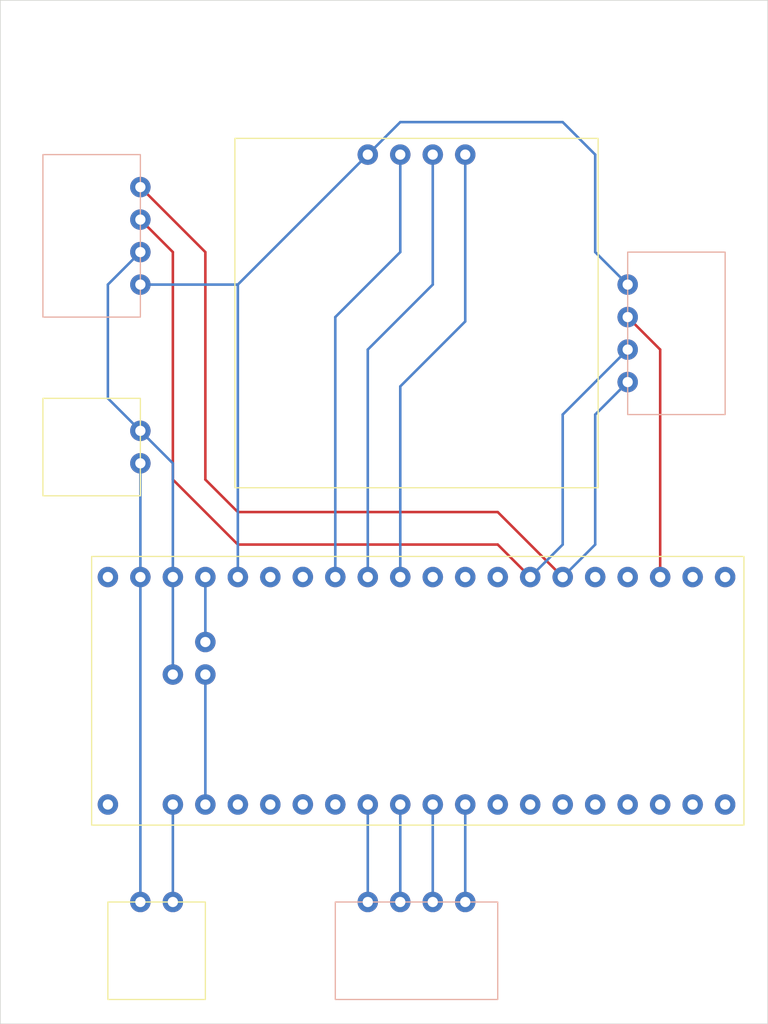
<source format=kicad_pcb>
(kicad_pcb
	(version 20241229)
	(generator "pcbnew")
	(generator_version "9.0")
	(general
		(thickness 1.6)
		(legacy_teardrops no)
	)
	(paper "A4")
	(layers
		(0 "F.Cu" signal)
		(2 "B.Cu" signal)
		(9 "F.Adhes" user "F.Adhesive")
		(11 "B.Adhes" user "B.Adhesive")
		(13 "F.Paste" user)
		(15 "B.Paste" user)
		(5 "F.SilkS" user "F.Silkscreen")
		(7 "B.SilkS" user "B.Silkscreen")
		(1 "F.Mask" user)
		(3 "B.Mask" user)
		(17 "Dwgs.User" user "User.Drawings")
		(19 "Cmts.User" user "User.Comments")
		(21 "Eco1.User" user "User.Eco1")
		(23 "Eco2.User" user "User.Eco2")
		(25 "Edge.Cuts" user)
		(27 "Margin" user)
		(31 "F.CrtYd" user "F.Courtyard")
		(29 "B.CrtYd" user "B.Courtyard")
		(35 "F.Fab" user)
		(33 "B.Fab" user)
		(39 "User.1" user)
		(41 "User.2" user)
		(43 "User.3" user)
		(45 "User.4" user)
	)
	(setup
		(pad_to_mask_clearance 0)
		(allow_soldermask_bridges_in_footprints no)
		(tenting front back)
		(pcbplotparams
			(layerselection 0x00000000_00000000_55555555_5755f5ff)
			(plot_on_all_layers_selection 0x00000000_00000000_00000000_00000000)
			(disableapertmacros no)
			(usegerberextensions no)
			(usegerberattributes yes)
			(usegerberadvancedattributes yes)
			(creategerberjobfile yes)
			(dashed_line_dash_ratio 12.000000)
			(dashed_line_gap_ratio 3.000000)
			(svgprecision 4)
			(plotframeref no)
			(mode 1)
			(useauxorigin no)
			(hpglpennumber 1)
			(hpglpenspeed 20)
			(hpglpendiameter 15.000000)
			(pdf_front_fp_property_popups yes)
			(pdf_back_fp_property_popups yes)
			(pdf_metadata yes)
			(pdf_single_document no)
			(dxfpolygonmode yes)
			(dxfimperialunits yes)
			(dxfusepcbnewfont yes)
			(psnegative no)
			(psa4output no)
			(plot_black_and_white yes)
			(sketchpadsonfab no)
			(plotpadnumbers no)
			(hidednponfab no)
			(sketchdnponfab yes)
			(crossoutdnponfab yes)
			(subtractmaskfromsilk no)
			(outputformat 1)
			(mirror no)
			(drillshape 1)
			(scaleselection 1)
			(outputdirectory "")
		)
	)
	(net 0 "")
	(gr_rect
		(start 125.73 92.71)
		(end 133.35 100.33)
		(stroke
			(width 0.1)
			(type solid)
		)
		(fill no)
		(layer "F.SilkS")
		(uuid "b8b4321f-0148-451f-aee4-33f1f4d138c5")
	)
	(gr_rect
		(start 129.54 105.07)
		(end 180.54 126.07)
		(stroke
			(width 0.1)
			(type default)
		)
		(fill no)
		(layer "F.SilkS")
		(uuid "bf9c0965-032b-4ac7-9431-588bca3674a8")
	)
	(gr_rect
		(start 130.81 132.08)
		(end 138.43 139.7)
		(stroke
			(width 0.1)
			(type solid)
		)
		(fill no)
		(layer "F.SilkS")
		(uuid "c54e0b83-c70d-412b-854e-42056284bf8e")
	)
	(gr_rect
		(start 140.74 72.39)
		(end 169.14 99.7)
		(stroke
			(width 0.1)
			(type default)
		)
		(fill no)
		(layer "F.SilkS")
		(uuid "e00b6212-5d12-409a-b1a4-eb9eb9debf66")
	)
	(gr_rect
		(start 171.45 81.28)
		(end 179.07 93.98)
		(stroke
			(width 0.1)
			(type solid)
		)
		(fill no)
		(layer "B.SilkS")
		(uuid "8b8aa16c-ee43-4373-8c77-e4cf418df9f8")
	)
	(gr_rect
		(start 125.73 73.66)
		(end 133.35 86.36)
		(stroke
			(width 0.1)
			(type solid)
		)
		(fill no)
		(layer "B.SilkS")
		(uuid "a51d0cb2-b41e-4d51-b345-98607ad45ee4")
	)
	(gr_rect
		(start 148.59 132.08)
		(end 161.29 139.7)
		(stroke
			(width 0.1)
			(type solid)
		)
		(fill no)
		(layer "B.SilkS")
		(uuid "efb777cc-fa4d-430f-b283-4670ec0bc18e")
	)
	(gr_circle
		(center 125.73 124.46)
		(end 126.53 124.46)
		(stroke
			(width 0.1)
			(type default)
		)
		(fill no)
		(layer "Dwgs.User")
		(uuid "0631d0f8-459b-4032-9f56-a21fdb67e690")
	)
	(gr_circle
		(center 179.07 71.12)
		(end 179.87 71.12)
		(stroke
			(width 0.1)
			(type default)
		)
		(fill no)
		(layer "Dwgs.User")
		(uuid "07373ba6-0456-4a60-b0e0-c7b2ea41e556")
	)
	(gr_circle
		(center 125.73 68.58)
		(end 126.53 68.58)
		(stroke
			(width 0.1)
			(type default)
		)
		(fill no)
		(layer "Dwgs.User")
		(uuid "14aee87b-bde5-4c56-99df-41f86098130b")
	)
	(gr_circle
		(center 176.53 134.62)
		(end 177.33 134.62)
		(stroke
			(width 0.1)
			(type default)
		)
		(fill no)
		(layer "Dwgs.User")
		(uuid "1a08c3e1-3818-48b2-bd0e-2331d7565666")
	)
	(gr_circle
		(center 179.07 96.52)
		(end 179.87 96.52)
		(stroke
			(width 0.1)
			(type default)
		)
		(fill no)
		(layer "Dwgs.User")
		(uuid "1a95eb30-24b4-492f-b494-0b295735bd11")
	)
	(gr_circle
		(center 179.07 86.36)
		(end 179.87 86.36)
		(stroke
			(width 0.1)
			(type default)
		)
		(fill no)
		(layer "Dwgs.User")
		(uuid "1fb922f5-7e7b-4970-8f9b-ba767a9bc7dd")
	)
	(gr_circle
		(center 179.07 76.2)
		(end 179.87 76.2)
		(stroke
			(width 0.1)
			(type default)
		)
		(fill no)
		(layer "Dwgs.User")
		(uuid "25a5c31e-31b0-4820-9c11-b44d225c9a6c")
	)
	(gr_circle
		(center 125.73 119.38)
		(end 126.53 119.38)
		(stroke
			(width 0.1)
			(type default)
		)
		(fill no)
		(layer "Dwgs.User")
		(uuid "26257344-3139-48b0-93bc-da48f85f54ad")
	)
	(gr_circle
		(center 179.07 83.82)
		(end 179.87 83.82)
		(stroke
			(width 0.1)
			(type default)
		)
		(fill no)
		(layer "Dwgs.User")
		(uuid "2b39d4cb-f685-4295-bf42-fb20b3bfb691")
	)
	(gr_circle
		(center 166.37 68.58)
		(end 166.37 67.78)
		(stroke
			(width 0.1)
			(type default)
		)
		(fill no)
		(layer "Dwgs.User")
		(uuid "2bbe9294-c660-4562-b842-874a3e7af2d7")
	)
	(gr_circle
		(center 125.73 109.22)
		(end 126.53 109.22)
		(stroke
			(width 0.1)
			(type default)
		)
		(fill no)
		(layer "Dwgs.User")
		(uuid "2ce32843-3886-4648-bf66-8fe9ed943220")
	)
	(gr_circle
		(center 125.73 88.9)
		(end 126.53 88.9)
		(stroke
			(width 0.1)
			(type default)
		)
		(fill no)
		(layer "Dwgs.User")
		(uuid "34c74263-985e-4179-a028-a3128a0522c0")
	)
	(gr_circle
		(center 128.27 68.58)
		(end 128.27 67.78)
		(stroke
			(width 0.1)
			(type default)
		)
		(fill no)
		(layer "Dwgs.User")
		(uuid "3582773a-3392-4b28-8ebf-eefbc957d623")
	)
	(gr_circle
		(center 179.07 127)
		(end 179.87 127)
		(stroke
			(width 0.1)
			(type default)
		)
		(fill no)
		(layer "Dwgs.User")
		(uuid "3a06c682-b800-458b-84d7-bbbebd2cbc22")
	)
	(gr_circle
		(center 130.81 68.58)
		(end 130.81 67.78)
		(stroke
			(width 0.1)
			(type default)
		)
		(fill no)
		(layer "Dwgs.User")
		(uuid "3eed5132-7c09-4818-9ac1-44624344b238")
	)
	(gr_circle
		(center 125.73 71.12)
		(end 126.53 71.12)
		(stroke
			(width 0.1)
			(type default)
		)
		(fill no)
		(layer "Dwgs.User")
		(uuid "3fc5c72c-4df5-45e8-9f01-7fa44b76fd71")
	)
	(gr_circle
		(center 179.07 101.6)
		(end 179.87 101.6)
		(stroke
			(width 0.1)
			(type default)
		)
		(fill no)
		(layer "Dwgs.User")
		(uuid "40ac4ed2-877d-4bee-b5cd-715c4f0094f9")
	)
	(gr_circle
		(center 151.13 68.58)
		(end 151.13 67.78)
		(stroke
			(width 0.1)
			(type default)
		)
		(fill no)
		(layer "Dwgs.User")
		(uuid "46495f1c-8317-4c45-9eb5-269b953a25e2")
	)
	(gr_circle
		(center 125.73 91.44)
		(end 126.53 91.44)
		(stroke
			(width 0.1)
			(type default)
		)
		(fill no)
		(layer "Dwgs.User")
		(uuid "4882c798-3d5c-4f28-a3d9-749450829971")
	)
	(gr_circle
		(center 125.73 114.3)
		(end 126.53 114.3)
		(stroke
			(width 0.1)
			(type default)
		)
		(fill no)
		(layer "Dwgs.User")
		(uuid "4aa42b9b-1855-47da-838e-47b6e11d87ad")
	)
	(gr_circle
		(center 179.07 78.74)
		(end 179.87 78.74)
		(stroke
			(width 0.1)
			(type default)
		)
		(fill no)
		(layer "Dwgs.User")
		(uuid "4ac5c1e6-6b95-4be7-acef-bb650ae6d188")
	)
	(gr_circle
		(center 135.89 68.58)
		(end 135.89 67.78)
		(stroke
			(width 0.1)
			(type default)
		)
		(fill no)
		(layer "Dwgs.User")
		(uuid "4cea16b9-0584-414b-bee2-9a4dcff558ec")
	)
	(gr_circle
		(center 179.07 104.14)
		(end 179.87 104.14)
		(stroke
			(width 0.1)
			(type default)
		)
		(fill no)
		(layer "Dwgs.User")
		(uuid "51c59058-3cd0-4bcb-897e-eba6ba3f1bfb")
	)
	(gr_circle
		(center 125.73 111.76)
		(end 126.53 111.76)
		(stroke
			(width 0.1)
			(type default)
		)
		(fill no)
		(layer "Dwgs.User")
		(uuid "51d66ab8-4e71-4e95-922a-c1f4e3082c5b")
	)
	(gr_circle
		(center 168.91 68.58)
		(end 168.91 67.78)
		(stroke
			(width 0.1)
			(type default)
		)
		(fill no)
		(layer "Dwgs.User")
		(uuid "52aba5b6-061a-4e59-a7ce-8fb830d8278d")
	)
	(gr_circle
		(center 179.07 99.06)
		(end 179.87 99.06)
		(stroke
			(width 0.1)
			(type default)
		)
		(fill no)
		(layer "Dwgs.User")
		(uuid "53443b43-c04f-4fd3-9d97-275deca5d157")
	)
	(gr_circle
		(center 176.53 68.58)
		(end 176.53 67.78)
		(stroke
			(width 0.1)
			(type default)
		)
		(fill no)
		(layer "Dwgs.User")
		(uuid "55fa350e-c775-458c-b926-3a15b2e0d2f6")
	)
	(gr_circle
		(center 143.51 68.58)
		(end 143.51 67.78)
		(stroke
			(width 0.1)
			(type default)
		)
		(fill no)
		(layer "Dwgs.User")
		(uuid "5c2346de-c205-4249-9a45-2df82e9b354d")
	)
	(gr_circle
		(center 161.29 68.58)
		(end 161.29 67.78)
		(stroke
			(width 0.1)
			(type default)
		)
		(fill no)
		(layer "Dwgs.User")
		(uuid "6368eb2d-7e08-47a7-a60f-c97ba722b3a6")
	)
	(gr_circle
		(center 125.73 78.74)
		(end 126.53 78.74)
		(stroke
			(width 0.1)
			(type default)
		)
		(fill no)
		(layer "Dwgs.User")
		(uuid "65fc8810-a984-4238-905c-d74e5c030619")
	)
	(gr_circle
		(center 179.07 73.66)
		(end 179.87 73.66)
		(stroke
			(width 0.1)
			(type default)
		)
		(fill no)
		(layer "Dwgs.User")
		(uuid "6a4ff2d4-472c-475b-8422-d400d57ae81d")
	)
	(gr_circle
		(center 125.73 83.82)
		(end 126.53 83.82)
		(stroke
			(width 0.1)
			(type default)
		)
		(fill no)
		(layer "Dwgs.User")
		(uuid "745ebd86-8887-4c1f-832c-d80179cfdeb0")
	)
	(gr_circle
		(center 156.21 68.58)
		(end 156.21 67.78)
		(stroke
			(width 0.1)
			(type default)
		)
		(fill no)
		(layer "Dwgs.User")
		(uuid "8a09c67f-291c-4c55-84ad-815da9db1905")
	)
	(gr_circle
		(center 173.99 68.58)
		(end 173.99 67.78)
		(stroke
			(width 0.1)
			(type default)
		)
		(fill no)
		(layer "Dwgs.User")
		(uuid "8d14dd2f-c002-4419-8a3b-21db629d3f39")
	)
	(gr_circle
		(center 138.43 68.58)
		(end 138.43 67.78)
		(stroke
			(width 0.1)
			(type default)
		)
		(fill no)
		(layer "Dwgs.User")
		(uuid "8f2286fa-0283-4dab-b6a2-8101d5491dc0")
	)
	(gr_circle
		(center 125.73 93.98)
		(end 126.53 93.98)
		(stroke
			(width 0.1)
			(type default)
		)
		(fill no)
		(layer "Dwgs.User")
		(uuid "8f459ffe-58bc-4cc2-b901-457b3871e03a")
	)
	(gr_circle
		(center 179.07 93.98)
		(end 179.87 93.98)
		(stroke
			(width 0.1)
			(type default)
		)
		(fill no)
		(layer "Dwgs.User")
		(uuid "91c8cdea-a072-42e7-8ea2-c45c8009e506")
	)
	(gr_circle
		(center 179.07 81.28)
		(end 179.87 81.28)
		(stroke
			(width 0.1)
			(type default)
		)
		(fill no)
		(layer "Dwgs.User")
		(uuid "9326942a-0c78-43d4-8323-ef77e524235c")
	)
	(gr_circle
		(center 171.45 68.58)
		(end 171.45 67.78)
		(stroke
			(width 0.1)
			(type default)
		)
		(fill no)
		(layer "Dwgs.User")
		(uuid "95694fc3-02cd-4f4e-9478-54e41ec5f327")
	)
	(gr_circle
		(center 146.05 68.58)
		(end 146.05 67.78)
		(stroke
			(width 0.1)
			(type default)
		)
		(fill no)
		(layer "Dwgs.User")
		(uuid "96c030ba-5a86-4f9b-b2fa-73e5c262ea67")
	)
	(gr_circle
		(center 125.73 121.92)
		(end 126.53 121.92)
		(stroke
			(width 0.1)
			(type default)
		)
		(fill no)
		(layer "Dwgs.User")
		(uuid "9aa0d6e4-6e2a-410b-8d1e-390ce824d79a")
	)
	(gr_circle
		(center 125.73 116.84)
		(end 126.53 116.84)
		(stroke
			(width 0.1)
			(type default)
		)
		(fill no)
		(layer "Dwgs.User")
		(uuid "9d415854-5495-4295-a173-640b080bddc6")
	)
	(gr_circle
		(center 125.73 86.36)
		(end 126.53 86.36)
		(stroke
			(width 0.1)
			(type default)
		)
		(fill no)
		(layer "Dwgs.User")
		(uuid "a7683139-5aac-4e75-8d37-ba4cfcd9177f")
	)
	(gr_circle
		(center 179.07 132.08)
		(end 179.87 132.08)
		(stroke
			(width 0.1)
			(type default)
		)
		(fill no)
		(layer "Dwgs.User")
		(uuid "aece0aea-758a-4622-9a10-3b6252061712")
	)
	(gr_circle
		(center 158.75 68.58)
		(end 158.75 67.78)
		(stroke
			(width 0.1)
			(type default)
		)
		(fill no)
		(layer "Dwgs.User")
		(uuid "b4ae343f-63bb-4c14-92d5-809de29316af")
	)
	(gr_circle
		(center 179.07 68.58)
		(end 179.07 67.78)
		(stroke
			(width 0.1)
			(type default)
		)
		(fill no)
		(layer "Dwgs.User")
		(uuid "c0f6c26b-ce08-4a1b-a1a4-64271559fb42")
	)
	(gr_circle
		(center 125.73 129.54)
		(end 126.53 129.54)
		(stroke
			(width 0.1)
			(type default)
		)
		(fill no)
		(layer "Dwgs.User")
		(uuid "c4f1e763-80fe-4fe9-9940-60ce67f202fb")
	)
	(gr_circle
		(center 163.83 68.58)
		(end 163.83 67.78)
		(stroke
			(width 0.1)
			(type default)
		)
		(fill no)
		(layer "Dwgs.User")
		(uuid "c9eb56f9-955a-4bc0-9565-9e59d01ae45d")
	)
	(gr_circle
		(center 125.73 73.66)
		(end 126.53 73.66)
		(stroke
			(width 0.1)
			(type default)
		)
		(fill no)
		(layer "Dwgs.User")
		(uuid "d448493a-f4de-4df1-a7dd-95451e12e793")
	)
	(gr_circle
		(center 125.73 81.28)
		(end 126.53 81.28)
		(stroke
			(width 0.1)
			(type default)
		)
		(fill no)
		(layer "Dwgs.User")
		(uuid "d5a4cd82-a180-486a-9936-d45f6e4e2157")
	)
	(gr_circle
		(center 148.59 68.58)
		(end 148.59 67.78)
		(stroke
			(width 0.1)
			(type default)
		)
		(fill no)
		(layer "Dwgs.User")
		(uuid "d6d7cb1a-34aa-4061-a0a9-bc750e3e78d4")
	)
	(gr_circle
		(center 133.35 68.58)
		(end 133.35 67.78)
		(stroke
			(width 0.1)
			(type default)
		)
		(fill no)
		(layer "Dwgs.User")
		(uuid "d86c1e9f-b696-48b5-bad4-f2d735239261")
	)
	(gr_circle
		(center 179.07 129.54)
		(end 179.87 129.54)
		(stroke
			(width 0.1)
			(type default)
		)
		(fill no)
		(layer "Dwgs.User")
		(uuid "db5a556b-04e8-4290-b18d-61d601ff5351")
	)
	(gr_circle
		(center 179.07 88.9)
		(end 179.87 88.9)
		(stroke
			(width 0.1)
			(type default)
		)
		(fill no)
		(layer "Dwgs.User")
		(uuid "e22929bc-5590-4de2-88be-90e18a2d39cd")
	)
	(gr_circle
		(center 153.67 68.58)
		(end 153.67 67.78)
		(stroke
			(width 0.1)
			(type default)
		)
		(fill no)
		(layer "Dwgs.User")
		(uuid "e71a2252-d43a-4b93-8598-c5a6303e4d79")
	)
	(gr_circle
		(center 140.97 68.58)
		(end 140.97 67.78)
		(stroke
			(width 0.1)
			(type default)
		)
		(fill no)
		(layer "Dwgs.User")
		(uuid "e9c149fd-4d90-45d0-a788-bf48f6eab750")
	)
	(gr_circle
		(center 179.07 91.44)
		(end 179.87 91.44)
		(stroke
			(width 0.1)
			(type default)
		)
		(fill no)
		(layer "Dwgs.User")
		(uuid "ee15e6b4-889c-4995-937c-ad017e617c0d")
	)
	(gr_circle
		(center 125.73 96.52)
		(end 126.53 96.52)
		(stroke
			(width 0.1)
			(type default)
		)
		(fill no)
		(layer "Dwgs.User")
		(uuid "f604a79d-2dd6-409d-842e-f416b24e31d1")
	)
	(gr_circle
		(center 179.07 134.62)
		(end 179.87 134.62)
		(stroke
			(width 0.1)
			(type default)
		)
		(fill no)
		(layer "Dwgs.User")
		(uuid "f93865f9-a97e-42c7-a411-e83eab879e58")
	)
	(gr_circle
		(center 125.73 106.68)
		(end 126.53 106.68)
		(stroke
			(width 0.1)
			(type default)
		)
		(fill no)
		(layer "Dwgs.User")
		(uuid "f93e3df3-411c-4f11-bdcf-9a0856544bdf")
	)
	(gr_circle
		(center 125.73 127)
		(end 126.53 127)
		(stroke
			(width 0.1)
			(type default)
		)
		(fill no)
		(layer "Dwgs.User")
		(uuid "f9472c99-e631-483c-ac9e-a9cb00b32177")
	)
	(gr_circle
		(center 125.73 76.2)
		(end 126.53 76.2)
		(stroke
			(width 0.1)
			(type default)
		)
		(fill no)
		(layer "Dwgs.User")
		(uuid "f9cd50d7-3a0c-4f47-ba85-8b3f7bdd20a0")
	)
	(gr_rect
		(start 122.4 61.6)
		(end 182.4 141.6)
		(stroke
			(width 0.05)
			(type default)
		)
		(fill no)
		(layer "Edge.Cuts")
		(uuid "7121b99c-9430-4fa8-a0f5-95628e8b4fe7")
	)
	(gr_text "7"
		(at 153.67 134.62 0)
		(layer "Cmts.User")
		(uuid "09a995c1-c426-40d2-b013-cac604eae638")
		(effects
			(font
				(size 1 1)
				(thickness 0.15)
			)
		)
	)
	(gr_text "V"
		(at 151.13 76.2 0)
		(layer "Cmts.User")
		(uuid "0deb6dad-2d65-4abd-b5b9-047c9738be83")
		(effects
			(font
				(size 1 1)
				(thickness 0.15)
			)
		)
	)
	(gr_text "4"
		(at 143.51 121.92 0)
		(layer "Cmts.User")
		(uuid "1cf7147f-04f6-41e0-8b6d-b4b7ee06fba9")
		(effects
			(font
				(size 1 1)
				(thickness 0.15)
			)
		)
	)
	(gr_text "V"
		(at 173.99 83.82 0)
		(layer "Cmts.User")
		(uuid "32d5962a-be0e-47c5-8ce1-96a90a9b7fa0")
		(effects
			(font
				(size 1 1)
				(thickness 0.15)
			)
		)
	)
	(gr_text "6"
		(at 151.13 121.92 0)
		(layer "Cmts.User")
		(uuid "3572e36b-18ab-4ae2-ba92-90d0bb4bab56")
		(effects
			(font
				(size 1 1)
				(thickness 0.15)
			)
		)
	)
	(gr_text "11"
		(at 166.37 121.92 0)
		(layer "Cmts.User")
		(uuid "370d4770-ea45-4b65-93b0-7d18971cb2df")
		(effects
			(font
				(size 1 1)
				(thickness 0.15)
			)
		)
	)
	(gr_text "E"
		(at 134.62 114.3 0)
		(layer "Cmts.User")
		(uuid "37da4136-cff6-4716-b59a-f2f05dbffdf6")
		(effects
			(font
				(size 1 1)
				(thickness 0.15)
			)
		)
	)
	(gr_text "C"
		(at 173.99 88.9 0)
		(layer "Cmts.User")
		(uuid "45036673-2620-4c5c-9b8e-c22c89b07e02")
		(effects
			(font
				(size 1 1)
				(thickness 0.15)
			)
		)
	)
	(gr_text "G"
		(at 153.67 76.2 0)
		(layer "Cmts.User")
		(uuid "452a936b-b05f-478e-8133-957b5222f702")
		(effects
			(font
				(size 1 1)
				(thickness 0.15)
			)
		)
	)
	(gr_text "B"
		(at 139.7 114.3 0)
		(layer "Cmts.User")
		(uuid "4c051963-7c6c-4a0d-b567-aefd354706d9")
		(effects
			(font
				(size 1 1)
				(thickness 0.15)
			)
		)
	)
	(gr_text "27"
		(at 151.13 109.22 0)
		(layer "Cmts.User")
		(uuid "528da562-6e50-448b-9c31-cebb055fa734")
		(effects
			(font
				(size 1 1)
				(thickness 0.15)
			)
		)
	)
	(gr_text "0"
		(at 130.81 121.92 0)
		(layer "Cmts.User")
		(uuid "5703fbcc-5cf0-49f8-8b3b-036291fb2de7")
		(effects
			(font
				(size 1 1)
				(thickness 0.15)
			)
		)
	)
	(gr_text "D"
		(at 130.81 76.2 0)
		(layer "Cmts.User")
		(uuid "5972a11e-4545-4023-83bc-a149e85ac0c5")
		(effects
			(font
				(size 1 1)
				(thickness 0.15)
			)
		)
	)
	(gr_text "5"
		(at 146.05 121.92 0)
		(layer "Cmts.User")
		(uuid "5cdd843c-8eb7-40dc-89f6-5f69b9febc7c")
		(effects
			(font
				(size 1 1)
				(thickness 0.15)
			)
		)
	)
	(gr_text "14"
		(at 176.53 121.92 0)
		(layer "Cmts.User")
		(uuid "5d83d285-e8c4-4ee1-b395-74df76885048")
		(effects
			(font
				(size 1 1)
				(thickness 0.15)
			)
		)
	)
	(gr_text "8"
		(at 156.21 121.92 0)
		(layer "Cmts.User")
		(uuid "6a6292ae-74ce-4ac5-8a4f-86423e2c94db")
		(effects
			(font
				(size 1 1)
				(thickness 0.15)
			)
		)
	)
	(gr_text "G"
		(at 173.99 86.36 0)
		(layer "Cmts.User")
		(uuid "6f60aaf2-1d33-411b-880d-dcd3bf5b8223")
		(effects
			(font
				(size 1 1)
				(thickness 0.15)
			)
		)
	)
	(gr_text "15"
		(at 179.07 121.92 0)
		(layer "Cmts.User")
		(uuid "72547491-04be-44ad-bd3f-fb67dd704785")
		(effects
			(font
				(size 1 1)
				(thickness 0.15)
			)
		)
	)
	(gr_text "26"
		(at 153.67 109.22 0)
		(layer "Cmts.User")
		(uuid "7efa501c-923d-4cd0-94b8-00eae35a0359")
		(effects
			(font
				(size 1 1)
				(thickness 0.15)
			)
		)
	)
	(gr_text "12"
		(at 168.91 121.92 0)
		(layer "Cmts.User")
		(uuid "860209ba-7ee8-496d-b3b5-ae6594ebcd75")
		(effects
			(font
				(size 1 1)
				(thickness 0.15)
			)
		)
	)
	(gr_text "9"
		(at 158.75 134.62 0)
		(layer "Cmts.User")
		(uuid "89830cc8-b794-45c4-b71e-29456d64792b")
		(effects
			(font
				(size 1 1)
				(thickness 0.15)
			)
		)
	)
	(gr_text "6"
		(at 151.13 134.62 0)
		(layer "Cmts.User")
		(uuid "8bd37eb2-fd17-4a7f-87a0-1db7b3840360")
		(effects
			(font
				(size 1 1)
				(thickness 0.15)
			)
		)
	)
	(gr_text "C"
		(at 156.21 76.2 0)
		(layer "Cmts.User")
		(uuid "8d2d252a-0cdf-4801-bac4-4c83c91b0abe")
		(effects
			(font
				(size 1 1)
				(thickness 0.15)
			)
		)
	)
	(gr_text "13"
		(at 171.45 121.92 0)
		(layer "Cmts.User")
		(uuid "97886821-8503-4f1e-b4f1-2fc63fc76b37")
		(effects
			(font
				(size 1 1)
				(thickness 0.15)
			)
		)
	)
	(gr_text "5V5"
		(at 133.35 134.62 90)
		(layer "Cmts.User")
		(uuid "9b420453-de37-4811-873f-1d7f003271e4")
		(effects
			(font
				(size 1 1)
				(thickness 0.15)
			)
		)
	)
	(gr_text "3"
		(at 140.97 121.92 0)
		(layer "Cmts.User")
		(uuid "9dc1590a-5bed-4da4-b0d6-a1e359f8831a")
		(effects
			(font
				(size 1 1)
				(thickness 0.15)
			)
		)
	)
	(gr_text "22"
		(at 158.75 109.22 0)
		(layer "Cmts.User")
		(uuid "a112c852-5773-443d-943b-65d251d181d1")
		(effects
			(font
				(size 1 1)
				(thickness 0.15)
			)
		)
	)
	(gr_text "G"
		(at 130.81 81.28 0)
		(layer "Cmts.User")
		(uuid "a473be85-a407-4a79-82aa-87c338084db3")
		(effects
			(font
				(size 1 1)
				(thickness 0.15)
			)
		)
	)
	(gr_text "20"
		(at 166.37 109.22 0)
		(layer "Cmts.User")
		(uuid "aaba4c09-b366-4f87-83af-d7e189128703")
		(effects
			(font
				(size 1 1)
				(thickness 0.15)
			)
		)
	)
	(gr_text "3V3"
		(at 140.97 109.22 -90)
		(layer "Cmts.User")
		(uuid "ad80ed81-8142-445c-a578-9fbe42dbe4dc")
		(effects
			(font
				(size 1 1)
				(thickness 0.15)
			)
		)
	)
	(gr_text "C"
		(at 139.7 111.76 0)
		(layer "Cmts.User")
		(uuid "af02bdcd-a32d-4b49-a4e7-3e8a02403448")
		(effects
			(font
				(size 1 1)
				(thickness 0.15)
			)
		)
	)
	(gr_text "9"
		(at 158.75 121.92 0)
		(layer "Cmts.User")
		(uuid "b19f969a-c396-48c8-ba66-29b44963ea1b")
		(effects
			(font
				(size 1 1)
				(thickness 0.15)
			)
		)
	)
	(gr_text "D"
		(at 173.99 91.44 0)
		(layer "Cmts.User")
		(uuid "bcdc844d-c7a0-4179-b893-e64e0cf612f9")
		(effects
			(font
				(size 1 1)
				(thickness 0.15)
			)
		)
	)
	(gr_text "SYS"
		(at 133.35 109.22 -90)
		(layer "Cmts.User")
		(uuid "bf9e6654-83fa-4169-8368-d8ff3b72343f")
		(effects
			(font
				(size 1 1)
				(thickness 0.15)
			)
		)
	)
	(gr_text "5V5"
		(at 130.81 97.79 0)
		(layer "Cmts.User")
		(uuid "c37eec5f-e1dd-42fc-91c3-6ae5b6556105")
		(effects
			(font
				(size 1 1)
				(thickness 0.15)
			)
		)
	)
	(gr_text "2"
		(at 138.38926 121.858688 0)
		(layer "Cmts.User")
		(uuid "cad8446a-fa7f-42c6-9007-7c4e4da8670e")
		(effects
			(font
				(size 1 1)
				(thickness 0.15)
			)
		)
	)
	(gr_text "D"
		(at 158.75 76.2 0)
		(layer "Cmts.User")
		(uuid "d1a0d827-9e24-4f88-8c56-96e1d87ce930")
		(effects
			(font
				(size 1 1)
				(thickness 0.15)
			)
		)
	)
	(gr_text "V"
		(at 130.81 83.82 0)
		(layer "Cmts.User")
		(uuid "d4cb211d-759f-4e33-85a8-b5dc5309d03b")
		(effects
			(font
				(size 1 1)
				(thickness 0.15)
			)
		)
	)
	(gr_text "Run"
		(at 156.21 109.22 -90)
		(layer "Cmts.User")
		(uuid "d6c986ed-f81e-45ab-b268-512d882c18f5")
		(effects
			(font
				(size 1 1)
				(thickness 0.15)
			)
		)
	)
	(gr_text "7"
		(at 153.67 121.92 0)
		(layer "Cmts.User")
		(uuid "e601fc35-c958-4833-b8ad-7638b16ea5b2")
		(effects
			(font
				(size 1 1)
				(thickness 0.15)
			)
		)
	)
	(gr_text "10"
		(at 163.83 121.92 0)
		(layer "Cmts.User")
		(uuid "ea135ba7-aa69-40ef-ac87-5b42ae3a89c5")
		(effects
			(font
				(size 1 1)
				(thickness 0.15)
			)
		)
	)
	(gr_text "8"
		(at 156.21 134.62 0)
		(layer "Cmts.User")
		(uuid "edf08acf-a06a-4e7c-832d-49714c263d87")
		(effects
			(font
				(size 1 1)
				(thickness 0.15)
			)
		)
	)
	(gr_text "C"
		(at 130.81 78.74 0)
		(layer "Cmts.User")
		(uuid "f28be50e-6924-4b25-9976-8efecf3283fb")
		(effects
			(font
				(size 1 1)
				(thickness 0.15)
			)
		)
	)
	(gr_text "21"
		(at 163.83 109.22 0)
		(layer "Cmts.User")
		(uuid "f9ea5887-8285-44ff-9e3e-5e24a7ea6490")
		(effects
			(font
				(size 1 1)
				(thickness 0.15)
			)
		)
	)
	(segment
		(start 173.99 88.9)
		(end 173.99 106.68)
		(width 0.2)
		(layer "F.Cu")
		(net 0)
		(uuid "0ffa67f2-3127-4a45-b007-d7cf31154b61")
	)
	(segment
		(start 161.29 101.6)
		(end 166.37 106.68)
		(width 0.2)
		(layer "F.Cu")
		(net 0)
		(uuid "3d74ec63-50a6-46e8-9c02-fe145eb6c4d2")
	)
	(segment
		(start 133.35 78.74)
		(end 135.89 81.28)
		(width 0.2)
		(layer "F.Cu")
		(net 0)
		(uuid "4624dd34-2a48-4830-88ab-c5f25c6c9669")
	)
	(segment
		(start 138.43 81.28)
		(end 138.43 99.06)
		(width 0.2)
		(layer "F.Cu")
		(net 0)
		(uuid "4c714f72-0265-4150-b026-b4ef883ad3e2")
	)
	(segment
		(start 171.45 86.36)
		(end 173.99 88.9)
		(width 0.2)
		(layer "F.Cu")
		(net 0)
		(uuid "4eef8aaf-bc9d-4943-b02e-afab225db1d4")
	)
	(segment
		(start 140.97 101.6)
		(end 161.29 101.6)
		(width 0.2)
		(layer "F.Cu")
		(net 0)
		(uuid "5ab3b7b3-0000-4602-9666-0ad71535b764")
	)
	(segment
		(start 138.43 99.06)
		(end 140.97 101.6)
		(width 0.2)
		(layer "F.Cu")
		(net 0)
		(uuid "83192bd6-4d25-4e89-bea1-fd26c3dbf2ae")
	)
	(segment
		(start 135.89 81.28)
		(end 135.89 99.06)
		(width 0.2)
		(layer "F.Cu")
		(net 0)
		(uuid "88696a0f-391c-4441-9ab2-dd4ec102339c")
	)
	(segment
		(start 135.89 99.06)
		(end 140.97 104.14)
		(width 0.2)
		(layer "F.Cu")
		(net 0)
		(uuid "9b0d9094-e77c-4c46-98a7-d0c7060ebd37")
	)
	(segment
		(start 133.35 76.2)
		(end 138.43 81.28)
		(width 0.2)
		(layer "F.Cu")
		(net 0)
		(uuid "d89fcab3-a8c3-47f8-a443-1c04de6b4d15")
	)
	(segment
		(start 161.29 104.14)
		(end 163.83 106.68)
		(width 0.2)
		(layer "F.Cu")
		(net 0)
		(uuid "db1830df-b269-4459-bfc3-29c2bbf2875b")
	)
	(segment
		(start 140.97 104.14)
		(end 161.29 104.14)
		(width 0.2)
		(layer "F.Cu")
		(net 0)
		(uuid "dd6f6a4a-4e11-4957-82ac-33565a9a83eb")
	)
	(via
		(at 161.29 106.68)
		(size 1.6)
		(drill 0.8)
		(layers "F.Cu" "B.Cu")
		(net 0)
		(uuid "006e67c7-4925-469d-a1bf-3542465d5a5a")
	)
	(via
		(at 143.51 106.68)
		(size 1.6)
		(drill 0.8)
		(layers "F.Cu" "B.Cu")
		(net 0)
		(uuid "03a5829a-b505-4a17-bd06-94e0687e7b4a")
	)
	(via
		(at 146.05 124.453142)
		(size 1.6)
		(drill 0.8)
		(layers "F.Cu" "B.Cu")
		(net 0)
		(uuid "0489fd8b-4548-4876-a08b-6f42b75b2f62")
	)
	(via
		(at 163.83 124.46)
		(size 1.6)
		(drill 0.8)
		(layers "F.Cu" "B.Cu")
		(net 0)
		(uuid "080e62fe-f9d6-4081-a776-b5f016d05fb7")
	)
	(via
		(at 135.89 132.08)
		(size 1.6)
		(drill 0.8)
		(layers "F.Cu" "B.Cu")
		(net 0)
		(uuid "086e7c17-3153-4bd8-a3b5-a1124ff40894")
	)
	(via
		(at 138.43 111.76)
		(size 1.6)
		(drill 0.8)
		(layers "F.Cu" "B.Cu")
		(net 0)
		(uuid "0d9e6a7d-91bb-419f-915a-a384ac5e4023")
	)
	(via
		(at 171.45 106.68)
		(size 1.6)
		(drill 0.8)
		(layers "F.Cu" "B.Cu")
		(net 0)
		(uuid "1035fd74-be9f-475d-991d-b6d98a535c2d")
	)
	(via
		(at 166.37 106.68)
		(size 1.6)
		(drill 0.8)
		(layers "F.Cu" "B.Cu")
		(net 0)
		(uuid "1be2c017-b1fe-4663-8838-0d4c310d4684")
	)
	(via
		(at 130.81 106.68)
		(size 1.6)
		(drill 0.8)
		(layers "F.Cu" "B.Cu")
		(net 0)
		(uuid "1d06e991-b287-4b47-9695-5befbf946ea1")
	)
	(via
		(at 143.51 124.46)
		(size 1.6)
		(drill 0.8)
		(layers "F.Cu" "B.Cu")
		(net 0)
		(uuid "2781258b-6a27-4bb7-be62-9e3c7373052f")
	)
	(via
		(at 133.35 76.2)
		(size 1.6)
		(drill 0.8)
		(layers "F.Cu" "B.Cu")
		(net 0)
		(uuid "2b3e660e-d889-4950-94b5-f7b57a8df24f")
	)
	(via
		(at 158.75 106.68)
		(size 1.6)
		(drill 0.8)
		(layers "F.Cu" "B.Cu")
		(net 0)
		(uuid "2f6a8bf0-ea54-45e1-bde9-a3637e0f5e38")
	)
	(via
		(at 148.59 124.453142)
		(size 1.6)
		(drill 0.8)
		(layers "F.Cu" "B.Cu")
		(net 0)
		(uuid "3d580f0b-34a1-421d-98b1-a2d4dd211011")
	)
	(via
		(at 166.37 124.46)
		(size 1.6)
		(drill 0.8)
		(layers "F.Cu" "B.Cu")
		(net 0)
		(uuid "3e8afdd8-952a-472c-91a1-a0aaa7d62144")
	)
	(via
		(at 171.45 124.46)
		(size 1.6)
		(drill 0.8)
		(layers "F.Cu" "B.Cu")
		(net 0)
		(uuid "41e5fea4-5415-4729-9c39-a616998d2266")
	)
	(via
		(at 156.21 124.46)
		(size 1.6)
		(drill 0.8)
		(layers "F.Cu" "B.Cu")
		(net 0)
		(uuid "4f10bd5f-5807-4d04-b155-d93a4c1e6d5c")
	)
	(via
		(at 171.45 83.82)
		(size 1.6)
		(drill 0.8)
		(layers "F.Cu" "B.Cu")
		(net 0)
		(uuid "5aed86af-c576-4368-91ed-4f4d61c75816")
	)
	(via
		(at 176.53 106.68)
		(size 1.6)
		(drill 0.8)
		(layers "F.Cu" "B.Cu")
		(net 0)
		(uuid "5c524788-348b-45a3-b2dd-788ca602fe40")
	)
	(via
		(at 163.83 106.68)
		(size 1.6)
		(drill 0.8)
		(layers "F.Cu" "B.Cu")
		(net 0)
		(uuid "5d2a78b2-18e4-4c6b-ae29-1582dedb27ed")
	)
	(via
		(at 156.21 106.68)
		(size 1.6)
		(drill 0.8)
		(layers "F.Cu" "B.Cu")
		(net 0)
		(uuid "60a9c71a-7e2d-4421-956f-9c7c937daa14")
	)
	(via
		(at 138.43 106.68)
		(size 1.6)
		(drill 0.8)
		(layers "F.Cu" "B.Cu")
		(net 0)
		(uuid "611e3ddb-da92-4a0b-ba90-0f882034e56b")
	)
	(via
		(at 171.45 91.44)
		(size 1.6)
		(drill 0.8)
		(layers "F.Cu" "B.Cu")
		(net 0)
		(uuid "6347dc07-6af4-4cd1-afa5-0430e8d5a0dd")
	)
	(via
		(at 138.43 124.46)
		(size 1.6)
		(drill 0.8)
		(layers "F.Cu" "B.Cu")
		(net 0)
		(uuid "6380c81f-5f39-48bf-b74b-912e592d0648")
	)
	(via
		(at 153.67 106.68)
		(size 1.6)
		(drill 0.8)
		(layers "F.Cu" "B.Cu")
		(net 0)
		(uuid "665ada40-35fa-48e7-a590-4a63ecc0ce38")
	)
	(via
		(at 158.75 73.66)
		(size 1.6)
		(drill 0.8)
		(layers "F.Cu" "B.Cu")
		(net 0)
		(uuid "695fe21a-62cc-4293-b977-c08848c78176")
	)
	(via
		(at 140.97 124.46)
		(size 1.6)
		(drill 0.8)
		(layers "F.Cu" "B.Cu")
		(net 0)
		(uuid "6cae8269-2f23-42b8-931e-7e6c1ddc3375")
	)
	(via
		(at 176.53 124.46)
		(size 1.6)
		(drill 0.8)
		(layers "F.Cu" "B.Cu")
		(net 0)
		(uuid "702b07a7-37d4-401f-aae5-54df9ac34cb3")
	)
	(via
		(at 161.29 124.46)
		(size 1.6)
		(drill 0.8)
		(layers "F.Cu" "B.Cu")
		(net 0)
		(uuid "7437a726-f031-4e67-8e5b-98e1b550e375")
	)
	(via
		(at 133.35 95.25)
		(size 1.6)
		(drill 0.8)
		(layers "F.Cu" "B.Cu")
		(net 0)
		(uuid "74958e5e-ee61-495e-98c7-8cb53238a553")
	)
	(via
		(at 133.35 132.08)
		(size 1.6)
		(drill 0.8)
		(layers "F.Cu" "B.Cu")
		(net 0)
		(uuid "76c43a8b-f579-47ed-9e87-2791d2c3c8c1")
	)
	(via
		(at 158.75 132.08)
		(size 1.6)
		(drill 0.8)
		(layers "F.Cu" "B.Cu")
		(net 0)
		(uuid "79c68d13-3c03-4109-83bf-2d0ef2f3c1ac")
	)
	(via
		(at 135.89 106.68)
		(size 1.6)
		(drill 0.8)
		(layers "F.Cu" "B.Cu")
		(net 0)
		(uuid "7f938fc8-054e-459b-b990-d148f28d3927")
	)
	(via
		(at 173.99 106.68)
		(size 1.6)
		(drill 0.8)
		(layers "F.Cu" "B.Cu")
		(net 0)
		(uuid "812c82f4-86d7-4d39-a29e-ac36acdaf81a")
	)
	(via
		(at 146.05 106.673142)
		(size 1.6)
		(drill 0.8)
		(layers "F.Cu" "B.Cu")
		(net 0)
		(uuid "8351c98e-a5d9-4c8e-82e1-7f165ad63a2f")
	)
	(via
		(at 133.35 97.79)
		(size 1.6)
		(drill 0.8)
		(layers "F.Cu" "B.Cu")
		(net 0)
		(uuid "891b1b09-3b58-41e9-b074-8d5294d30126")
	)
	(via
		(at 130.81 124.46)
		(size 1.6)
		(drill 0.8)
		(layers "F.Cu" "B.Cu")
		(net 0)
		(uuid "893203d4-d89f-4192-ae2a-f9348c64b876")
	)
	(via
		(at 151.13 132.08)
		(size 1.6)
		(drill 0.8)
		(layers "F.Cu" "B.Cu")
		(net 0)
		(uuid "899f5e03-e89b-4f76-b495-929bfe8cfbff")
	)
	(via
		(at 148.59 106.68)
		(size 1.6)
		(drill 0.8)
		(layers "F.Cu" "B.Cu")
		(net 0)
		(uuid "934999be-4a3b-4b5a-b5d8-277402279024")
	)
	(via
		(at 151.13 73.66)
		(size 1.6)
		(drill 0.8)
		(layers "F.Cu" "B.Cu")
		(net 0)
		(uuid "9713f0b2-e522-4957-93af-3643ce7454e5")
	)
	(via
		(at 156.21 132.08)
		(size 1.6)
		(drill 0.8)
		(layers "F.Cu" "B.Cu")
		(net 0)
		(uuid "9fa2d890-2d9e-4f91-b4fe-2b3f952db652")
	)
	(via
		(at 151.13 124.46)
		(size 1.6)
		(drill 0.8)
		(layers "F.Cu" "B.Cu")
		(net 0)
		(uuid "a063c01d-1c08-40f0-bb47-67c7795123b0")
	)
	(via
		(at 173.99 124.46)
		(size 1.6)
		(drill 0.8)
		(layers "F.Cu" "B.Cu")
		(net 0)
		(uuid "a325c6d9-2095-495e-ae23-e9ef2cb46f94")
	)
	(via
		(at 171.45 88.9)
		(size 1.6)
		(drill 0.8)
		(layers "F.Cu" "B.Cu")
		(net 0)
		(uuid "a4e4e569-df4f-41a2-89ae-e5a5ddec20c9")
	)
	(via
		(at 153.67 132.08)
		(size 1.6)
		(drill 0.8)
		(layers "F.Cu" "B.Cu")
		(net 0)
		(uuid "a70c3e89-dac5-4c31-9d3b-bdf00ceb28e6")
	)
	(via
		(at 156.21 73.66)
		(size 1.6)
		(drill 0.8)
		(layers "F.Cu" "B.Cu")
		(net 0)
		(uuid "afe0e0d2-7eff-44e2-af5b-773b5b76b768")
	)
	(via
		(at 138.43 114.3)
		(size 1.6)
		(drill 0.8)
		(layers "F.Cu" "B.Cu")
		(net 0)
		(uuid "b23abc13-2765-49c2-a868-a9912d0bcb72")
	)
	(via
		(at 158.75 124.46)
		(size 1.6)
		(drill 0.8)
		(layers "F.Cu" "B.Cu")
		(net 0)
		(uuid "b2b3f566-86bc-478a-88a7-d928b4026021")
	)
	(via
		(at 133.35 106.68)
		(size 1.6)
		(drill 0.8)
		(layers "F.Cu" "B.Cu")
		(net 0)
		(uuid "b41ac666-9aa9-4258-abe2-3e56faf2ebad")
	)
	(via
		(at 179.07 106.68)
		(size 1.6)
		(drill 0.8)
		(layers "F.Cu" "B.Cu")
		(net 0)
		(uuid "b87cc8f9-d54b-49c0-8e0b-fc150c914ce2")
	)
	(via
		(at 171.45 86.36)
		(size 1.6)
		(drill 0.8)
		(layers "F.Cu" "B.Cu")
		(net 0)
		(uuid "c5a8a3ec-9cf7-4aa3-b106-6629918234f5")
	)
	(via
		(at 135.89 114.3)
		(size 1.6)
		(drill 0.8)
		(layers "F.Cu" "B.Cu")
		(net 0)
		(uuid "c7930cf6-65a7-45ed-84d8-11e5d19184d8")
	)
	(via
		(at 168.91 124.46)
		(size 1.6)
		(drill 0.8)
		(layers "F.Cu" "B.Cu")
		(net 0)
		(uuid "cea52367-a922-49ee-86f6-06bfc9359e9f")
	)
	(via
		(at 153.67 73.66)
		(size 1.6)
		(drill 0.8)
		(layers "F.Cu" "B.Cu")
		(net 0)
		(uuid "ceefd517-b015-411f-9c0d-be79dec2d32e")
	)
	(via
		(at 135.89 124.46)
		(size 1.6)
		(drill 0.8)
		(layers "F.Cu" "B.Cu")
		(net 0)
		(uuid "cf3bf921-d3bd-4463-81fa-556a6fe7604e")
	)
	(via
		(at 151.13 106.68)
		(size 1.6)
		(drill 0.8)
		(layers "F.Cu" "B.Cu")
		(net 0)
		(uuid "db978e9a-27e8-400f-ae35-e7ba9004dde0")
	)
	(via
		(at 133.35 78.74)
		(size 1.6)
		(drill 0.8)
		(layers "F.Cu" "B.Cu")
		(net 0)
		(uuid "dbcbf787-0aa8-416c-8e08-38f49bf4e7c7")
	)
	(via
		(at 140.97 106.68)
		(size 1.6)
		(drill 0.8)
		(layers "F.Cu" "B.Cu")
		(net 0)
		(uuid "de92bf29-e02a-4cde-b05f-02d5712da4ba")
	)
	(via
		(at 179.07 124.46)
		(size 1.6)
		(drill 0.8)
		(layers "F.Cu" "B.Cu")
		(net 0)
		(uuid "dedf7caf-3fe7-416c-8ba3-d50396aceb1c")
	)
	(via
		(at 168.91 106.68)
		(size 1.6)
		(drill 0.8)
		(layers "F.Cu" "B.Cu")
		(net 0)
		(uuid "dfdcf846-beb2-4454-af7c-793a5348d1ad")
	)
	(via
		(at 133.35 81.28)
		(size 1.6)
		(drill 0.8)
		(layers "F.Cu" "B.Cu")
		(net 0)
		(uuid "e153d3b0-0884-4259-9fc1-ffbd6c261223")
	)
	(via
		(at 133.35 83.82)
		(size 1.6)
		(drill 0.8)
		(layers "F.Cu" "B.Cu")
		(net 0)
		(uuid "e4f9cbfd-f61a-4a24-8299-d94ffda8294c")
	)
	(via
		(at 153.67 124.46)
		(size 1.6)
		(drill 0.8)
		(layers "F.Cu" "B.Cu")
		(net 0)
		(uuid "efc8574d-4202-4480-ada0-d89dd640a234")
	)
	(segment
		(start 151.13 124.46)
		(end 151.13 132.08)
		(width 0.2)
		(layer "B.Cu")
		(net 0)
		(uuid "0d236643-6788-4c51-ae05-5359ce59374c")
	)
	(segment
		(start 133.35 95.25)
		(end 135.89 97.79)
		(width 0.2)
		(layer "B.Cu")
		(net 0)
		(uuid "0f0f3c2c-ead8-4af0-82d2-0ca88c12ca95")
	)
	(segment
		(start 135.89 124.46)
		(end 135.89 132.08)
		(width 0.2)
		(layer "B.Cu")
		(net 0)
		(uuid "144684b3-5db7-4321-9786-145448c60546")
	)
	(segment
		(start 148.59 106.68)
		(end 148.59 86.36)
		(width 0.2)
		(layer "B.Cu")
		(net 0)
		(uuid "19e4f695-d4bf-4488-a1b4-1456f2c61c87")
	)
	(segment
		(start 138.43 114.3)
		(end 138.43 124.46)
		(width 0.2)
		(layer "B.Cu")
		(net 0)
		(uuid "28dd5eee-397d-49ca-be77-9efd927a02b0")
	)
	(segment
		(start 140.97 83.82)
		(end 151.13 73.66)
		(width 0.2)
		(layer "B.Cu")
		(net 0)
		(uuid "2da71f6f-229c-4623-8fe6-6d998a88edb2")
	)
	(segment
		(start 153.67 71.12)
		(end 166.37 71.12)
		(width 0.2)
		(layer "B.Cu")
		(net 0)
		(uuid "3e855fdf-a56c-40bb-92c1-85be4057b5b8")
	)
	(segment
		(start 166.37 71.12)
		(end 168.91 73.66)
		(width 0.2)
		(layer "B.Cu")
		(net 0)
		(uuid "415bc0fc-96f7-4e9e-83fd-67ff5baf6449")
	)
	(segment
		(start 133.35 83.82)
		(end 140.97 83.82)
		(width 0.2)
		(layer "B.Cu")
		(net 0)
		(uuid "4270833e-3b47-4bc2-bda7-3dc4e6f899a0")
	)
	(segment
		(start 168.91 81.28)
		(end 171.45 83.82)
		(width 0.2)
		(layer "B.Cu")
		(net 0)
		(uuid "5187e45d-2265-4ed3-81bb-5ec9650d445f")
	)
	(segment
		(start 138.43 106.68)
		(end 138.43 111.76)
		(width 0.2)
		(layer "B.Cu")
		(net 0)
		(uuid "5b96467c-a82f-40cb-b922-c14ecd556d08")
	)
	(segment
		(start 153.67 91.779582)
		(end 158.75 86.699582)
		(width 0.2)
		(layer "B.Cu")
		(net 0)
		(uuid "5d13bd42-76c7-42c6-9cfd-0782d0dd348d")
	)
	(segment
		(start 130.81 83.82)
		(end 130.81 92.71)
		(width 0.2)
		(layer "B.Cu")
		(net 0)
		(uuid "5f6ba280-8281-4a94-81aa-5a9aa0d262f8")
	)
	(segment
		(start 166.37 93.98)
		(end 166.37 104.14)
		(width 0.2)
		(layer "B.Cu")
		(net 0)
		(uuid "6afa8916-4716-44d0-ba6c-bc6d03cf92f0")
	)
	(segment
		(start 153.67 106.68)
		(end 153.67 91.779582)
		(width 0.2)
		(layer "B.Cu")
		(net 0)
		(uuid "736157cd-fbf4-451d-afb6-89191f72aa57")
	)
	(segment
		(start 135.89 97.79)
		(end 135.89 106.68)
		(width 0.2)
		(layer "B.Cu")
		(net 0)
		(uuid "781354fe-0e14-4e66-b4c2-7edfe2882ffe")
	)
	(segment
		(start 166.37 104.14)
		(end 163.83 106.68)
		(width 0.2)
		(layer "B.Cu")
		(net 0)
		(uuid "82ac2494-c9b2-4dd1-8fc7-3b29010523ef")
	)
	(segment
		(start 171.45 91.44)
		(end 168.91 93.98)
		(width 0.2)
		(layer "B.Cu")
		(net 0)
		(uuid "88d76b60-6d4a-4970-b382-aa98935fb32d")
	)
	(segment
		(start 156.21 83.82)
		(end 156.21 73.66)
		(width 0.2)
		(layer "B.Cu")
		(net 0)
		(uuid "9010eba8-1faf-491f-982b-421c0bb95c30")
	)
	(segment
		(start 158.75 124.46)
		(end 158.75 132.08)
		(width 0.2)
		(layer "B.Cu")
		(net 0)
		(uuid "91c979c7-20a6-47fa-b1ae-fec05fb98c83")
	)
	(segment
		(start 151.13 73.66)
		(end 153.67 71.12)
		(width 0.2)
		(layer "B.Cu")
		(net 0)
		(uuid "945cebc7-9749-4212-add3-ce084e6ce082")
	)
	(segment
		(start 140.97 83.82)
		(end 140.97 106.68)
		(width 0.2)
		(layer "B.Cu")
		(net 0)
		(uuid "95f2a162-2425-41a8-b9a3-080deabee691")
	)
	(segment
		(start 153.67 124.46)
		(end 153.67 132.08)
		(width 0.2)
		(layer "B.Cu")
		(net 0)
		(uuid "9779d7cd-defa-4ff7-be07-be2175783907")
	)
	(segment
		(start 151.13 106.68)
		(end 151.13 88.9)
		(width 0.2)
		(layer "B.Cu")
		(net 0)
		(uuid "a5edee81-583d-4b4a-bb33-2140179cd7f8")
	)
	(segment
		(start 168.91 93.98)
		(end 168.91 104.14)
		(width 0.2)
		(layer "B.Cu")
		(net 0)
		(uuid "b791da85-64b6-4d95-9e57-677d7c755e2b")
	)
	(segment
		(start 133.35 97.79)
		(end 133.35 106.68)
		(width 0.2)
		(layer "B.Cu")
		(net 0)
		(uuid "bbbf4ce1-21a1-4025-ae1c-d1360dcb2a5a")
	)
	(segment
		(start 153.67 81.28)
		(end 153.67 73.66)
		(width 0.2)
		(layer "B.Cu")
		(net 0)
		(uuid "c34d971f-a345-4c21-821a-95204e742418")
	)
	(segment
		(start 156.21 124.46)
		(end 156.21 132.08)
		(width 0.2)
		(layer "B.Cu")
		(net 0)
		(uuid "c38ff806-30a1-47f2-9706-dd8c010d1fd8")
	)
	(segment
		(start 135.89 106.68)
		(end 135.89 114.3)
		(width 0.2)
		(layer "B.Cu")
		(net 0)
		(uuid "c509c1d0-004a-44f0-9f7a-d4c8e777a2a5")
	)
	(segment
		(start 148.59 86.36)
		(end 153.67 81.28)
		(width 0.2)
		(layer "B.Cu")
		(net 0)
		(uuid "c8d79d73-bb77-4cfc-ba89-254bd9c75378")
	)
	(segment
		(start 168.91 73.66)
		(end 168.91 81.28)
		(width 0.2)
		(layer "B.Cu")
		(net 0)
		(uuid "c8ea932e-58c9-4d30-81c9-4462fdb9f78b")
	)
	(segment
		(start 151.13 88.9)
		(end 156.21 83.82)
		(width 0.2)
		(layer "B.Cu")
		(net 0)
		(uuid "c97d4cc9-0daa-434c-8640-e48df581c849")
	)
	(segment
		(start 130.81 92.71)
		(end 133.35 95.25)
		(width 0.2)
		(layer "B.Cu")
		(net 0)
		(uuid "c9b01e3d-26e4-45f2-b1ff-1a7c96d859e7")
	)
	(segment
		(start 168.91 104.14)
		(end 166.37 106.68)
		(width 0.2)
		(layer "B.Cu")
		(net 0)
		(uuid "cdb08f99-5460-4f1a-a47d-99a618705af8")
	)
	(segment
		(start 133.35 106.68)
		(end 133.35 132.08)
		(width 0.2)
		(layer "B.Cu")
		(net 0)
		(uuid "cfbdf1c3-92be-4edc-ab24-f87e4795d787")
	)
	(segment
		(start 171.45 88.9)
		(end 166.37 93.98)
		(width 0.2)
		(layer "B.Cu")
		(net 0)
		(uuid "d27c83d0-6a18-4c1d-82d7-c02b161f90b4")
	)
	(segment
		(start 158.75 86.699582)
		(end 158.75 73.66)
		(width 0.2)
		(layer "B.Cu")
		(net 0)
		(uuid "d464502c-ce3a-4356-a257-31f7b0e14296")
	)
	(segment
		(start 133.35 81.28)
		(end 130.81 83.82)
		(width 0.2)
		(layer "B.Cu")
		(net 0)
		(uuid "f2fbd761-c950-4042-8f32-5d2174f2e9b4")
	)
	(embedded_fonts no)
)

</source>
